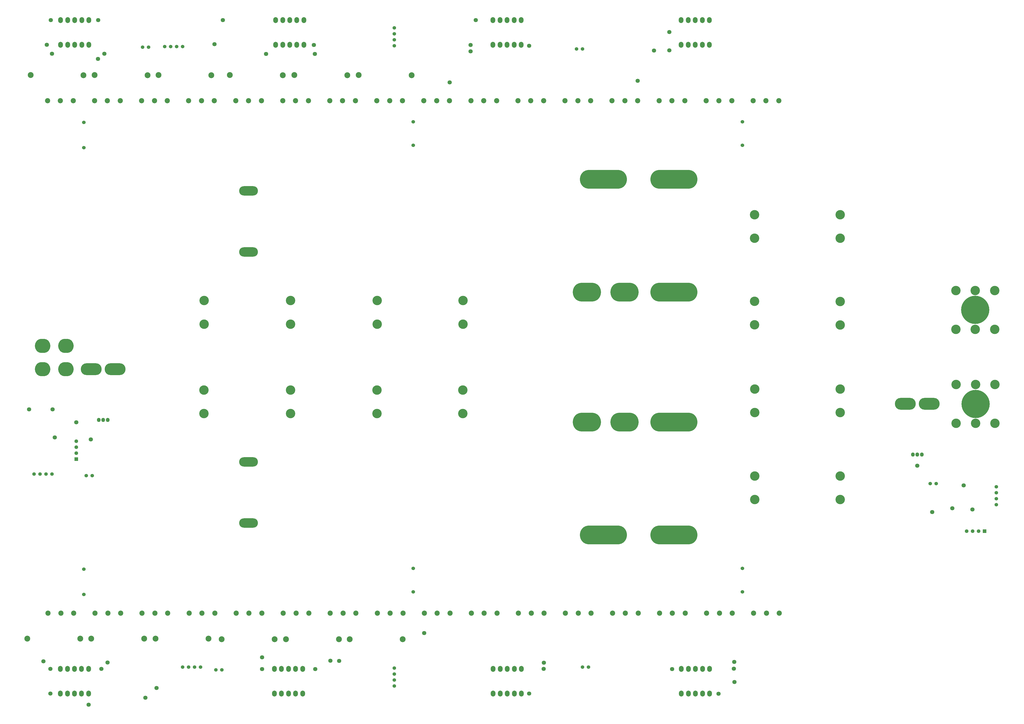
<source format=gbr>
%TF.GenerationSoftware,Altium Limited,Altium Designer,25.3.3 (18)*%
G04 Layer_Color=255*
%FSLAX45Y45*%
%MOMM*%
%TF.SameCoordinates,A4CA6E92-6A9D-4088-ADF9-EEBE24E4F9EE*%
%TF.FilePolarity,Positive*%
%TF.FileFunction,Pads,Top*%
%TF.Part,Single*%
G01*
G75*
%TA.AperFunction,ComponentPad*%
%ADD17C,1.50000*%
%TA.AperFunction,TestPad*%
%ADD18C,1.80000*%
%TA.AperFunction,ComponentPad*%
%ADD19C,1.52400*%
%ADD20C,12.00000*%
%ADD21C,4.00000*%
%ADD22C,2.20000*%
%ADD23O,2.00000X2.50000*%
%ADD24C,1.80000*%
%ADD25C,2.50000*%
%ADD26O,12.00000X8.00000*%
%ADD27O,20.00000X8.00000*%
%ADD28R,1.55000X1.55000*%
%ADD29C,1.55000*%
%ADD30O,8.00000X4.00000*%
%ADD31O,6.60000X6.00000*%
%ADD32R,1.55000X1.55000*%
%ADD33O,8.89000X5.08000*%
%ADD34O,1.52400X1.77800*%
D17*
X5550000Y28177499D02*
D03*
X5296000D02*
D03*
X8665000Y1685000D02*
D03*
X8411000D02*
D03*
X24000000Y1800000D02*
D03*
X24253999D02*
D03*
X7762000D02*
D03*
X7254000D02*
D03*
X7000000D02*
D03*
X7508000D02*
D03*
X3154000Y9950000D02*
D03*
X2900000D02*
D03*
X39031500Y9610000D02*
D03*
X38777499D02*
D03*
X6492000Y28200000D02*
D03*
X7000000D02*
D03*
X6746000D02*
D03*
X6238000D02*
D03*
X16000000Y28492001D02*
D03*
Y29000000D02*
D03*
Y28745999D02*
D03*
Y28238000D02*
D03*
X23746001Y28100000D02*
D03*
X24000000D02*
D03*
X16000000Y1508000D02*
D03*
Y1000000D02*
D03*
Y1254000D02*
D03*
Y1762000D02*
D03*
X933500Y10015000D02*
D03*
X1441500D02*
D03*
X1187500D02*
D03*
X679500D02*
D03*
X41595001Y9219000D02*
D03*
Y8711000D02*
D03*
Y8965000D02*
D03*
Y9473000D02*
D03*
D18*
X26345001Y26745001D02*
D03*
X3802500Y1997500D02*
D03*
X19462500Y29325000D02*
D03*
X27687500Y28817499D02*
D03*
X17267500Y3250000D02*
D03*
X27804999Y1720000D02*
D03*
X21732312Y675000D02*
D03*
X29785001Y670000D02*
D03*
X30457501Y1165000D02*
D03*
X22350000Y1730000D02*
D03*
X22355000Y1990000D02*
D03*
X30450000Y2020000D02*
D03*
X30435001Y1732500D02*
D03*
X3002500Y205000D02*
D03*
X1377500Y680000D02*
D03*
X1080000Y2047500D02*
D03*
X13277499Y2070000D02*
D03*
X10372500Y1722500D02*
D03*
X12637500Y1715000D02*
D03*
X10375000Y2216409D02*
D03*
X13650000Y2062500D02*
D03*
X1375000Y1727500D02*
D03*
X3540000Y1725000D02*
D03*
X40579999Y8512500D02*
D03*
X8355000Y28302499D02*
D03*
X3407793Y29325000D02*
D03*
X1390000D02*
D03*
X8710000Y29325000D02*
D03*
X3398734Y27681265D02*
D03*
X27690955Y28040781D02*
D03*
X27037500Y28029999D02*
D03*
X19239999Y28272501D02*
D03*
X21732500Y28237500D02*
D03*
X19237500Y27995001D02*
D03*
X12580000Y28270001D02*
D03*
X12615000Y27892499D02*
D03*
X10542500Y27891779D02*
D03*
X1442500Y27897501D02*
D03*
X3667500Y27900000D02*
D03*
X1225000Y28277499D02*
D03*
X18347501Y26679999D02*
D03*
X1562500Y11572500D02*
D03*
X5412500Y497500D02*
D03*
X5887500Y912500D02*
D03*
D19*
X2800000Y5972216D02*
D03*
Y4897216D02*
D03*
X30800000Y6000000D02*
D03*
Y5000000D02*
D03*
X16800000Y6000000D02*
D03*
Y5000000D02*
D03*
X2800000Y24972217D02*
D03*
Y23897215D02*
D03*
X30800000Y25000000D02*
D03*
Y24000000D02*
D03*
X16800000Y25000000D02*
D03*
Y24000000D02*
D03*
D20*
X40710001Y13000000D02*
D03*
X40697501Y17000000D02*
D03*
D21*
X41535001Y13825000D02*
D03*
Y12175000D02*
D03*
X39885001D02*
D03*
Y13825000D02*
D03*
X40710001Y12175000D02*
D03*
Y13825000D02*
D03*
X41522501Y17825000D02*
D03*
Y16175000D02*
D03*
X39872501D02*
D03*
Y17825000D02*
D03*
X40697501Y16175000D02*
D03*
Y17825000D02*
D03*
X18915048Y17395000D02*
D03*
Y16395000D02*
D03*
X7907548Y17395000D02*
D03*
Y16395000D02*
D03*
X15267548Y17395000D02*
D03*
Y16395000D02*
D03*
X11590048Y17395000D02*
D03*
Y16395000D02*
D03*
X11585000Y12590000D02*
D03*
Y13589999D02*
D03*
X18910001Y12590000D02*
D03*
Y13589999D02*
D03*
X7902500Y12590000D02*
D03*
Y13589999D02*
D03*
X15262500Y12590000D02*
D03*
Y13589999D02*
D03*
X31323059Y8933360D02*
D03*
Y9933360D02*
D03*
X34958060Y8928360D02*
D03*
Y9928360D02*
D03*
Y13628360D02*
D03*
Y12628360D02*
D03*
X31323059Y13633360D02*
D03*
Y12633360D02*
D03*
X31317499Y16364999D02*
D03*
Y17364999D02*
D03*
X34952499Y16360001D02*
D03*
Y17360001D02*
D03*
X34950000Y21045000D02*
D03*
Y20045000D02*
D03*
X31314999Y21050000D02*
D03*
Y20050000D02*
D03*
D22*
X32345999Y25900000D02*
D03*
X31800000D02*
D03*
X31254001D02*
D03*
X30345999D02*
D03*
X29800000D02*
D03*
X29254001D02*
D03*
X28345999D02*
D03*
X27800000D02*
D03*
X27254001D02*
D03*
X26345999D02*
D03*
X25800000D02*
D03*
X25253999D02*
D03*
X24346001D02*
D03*
X23800000D02*
D03*
X23253999D02*
D03*
X22346001D02*
D03*
X21800000D02*
D03*
X21253999D02*
D03*
X20346001D02*
D03*
X19800000D02*
D03*
X19253999D02*
D03*
X18346001D02*
D03*
X17800000D02*
D03*
X17253999D02*
D03*
X16366000Y4100000D02*
D03*
X15820000D02*
D03*
X15274001D02*
D03*
X12366000D02*
D03*
X11820000D02*
D03*
X11274000D02*
D03*
X5254000Y25900000D02*
D03*
X5800000D02*
D03*
X6346000D02*
D03*
X13274001Y4100000D02*
D03*
X13820000D02*
D03*
X14366000D02*
D03*
X9274000D02*
D03*
X9820000D02*
D03*
X10366000D02*
D03*
X5274000D02*
D03*
X5820000D02*
D03*
X6366000D02*
D03*
X7274000D02*
D03*
X7820000D02*
D03*
X8366000D02*
D03*
X3274000D02*
D03*
X3820000D02*
D03*
X4366000D02*
D03*
X1274000D02*
D03*
X1820000D02*
D03*
X2366000D02*
D03*
X18366000D02*
D03*
X17820000D02*
D03*
X17274001D02*
D03*
X20366000D02*
D03*
X19820000D02*
D03*
X19274001D02*
D03*
X22366000D02*
D03*
X21820000D02*
D03*
X21274001D02*
D03*
X23274001D02*
D03*
X23820000D02*
D03*
X24366000D02*
D03*
X26366000D02*
D03*
X25820001D02*
D03*
X25274001D02*
D03*
X28366000D02*
D03*
X27820001D02*
D03*
X27273999D02*
D03*
X30366000D02*
D03*
X29820001D02*
D03*
X29273999D02*
D03*
X32366000D02*
D03*
X31820001D02*
D03*
X31273999D02*
D03*
X16346001Y25900000D02*
D03*
X15800000D02*
D03*
X15253999D02*
D03*
X10346000D02*
D03*
X9800000D02*
D03*
X9254000D02*
D03*
X8346000D02*
D03*
X7800000D02*
D03*
X7254000D02*
D03*
X14346001D02*
D03*
X13800000D02*
D03*
X13253999D02*
D03*
X4346000D02*
D03*
X3800000D02*
D03*
X3254000D02*
D03*
X2346000D02*
D03*
X1800000D02*
D03*
X1254000D02*
D03*
X11254000D02*
D03*
X11800000D02*
D03*
X12346000D02*
D03*
D23*
X21400000Y675000D02*
D03*
X21100000D02*
D03*
X20800000D02*
D03*
X20500000D02*
D03*
X20200000D02*
D03*
X21400000Y1725000D02*
D03*
X21100000D02*
D03*
X20800000D02*
D03*
X20500000D02*
D03*
X20200000D02*
D03*
X12100000Y675000D02*
D03*
X11800000D02*
D03*
X11500000D02*
D03*
X11200000D02*
D03*
X10900000D02*
D03*
X12100000Y1725000D02*
D03*
X11800000D02*
D03*
X11500000D02*
D03*
X11200000D02*
D03*
X10900000D02*
D03*
X3000000Y675000D02*
D03*
X2700000D02*
D03*
X2400000D02*
D03*
X2100000D02*
D03*
X1800000D02*
D03*
X3000000Y1725000D02*
D03*
X2700000D02*
D03*
X2400000D02*
D03*
X2100000D02*
D03*
X1800000D02*
D03*
X28192499Y29325000D02*
D03*
X28492499D02*
D03*
X28792499D02*
D03*
X29092499D02*
D03*
X29392499D02*
D03*
X28192499Y28275000D02*
D03*
X28492499D02*
D03*
X28792499D02*
D03*
X29092499D02*
D03*
X29392499D02*
D03*
X20192500Y29325000D02*
D03*
X20492500D02*
D03*
X20792500D02*
D03*
X21092500D02*
D03*
X21392500D02*
D03*
X20192500Y28275000D02*
D03*
X20492500D02*
D03*
X20792500D02*
D03*
X21092500D02*
D03*
X21392500D02*
D03*
X3010000D02*
D03*
X2710000D02*
D03*
X2410000D02*
D03*
X2110000D02*
D03*
X1810000D02*
D03*
X3010000Y29325000D02*
D03*
X2710000D02*
D03*
X2410000D02*
D03*
X2110000D02*
D03*
X1810000D02*
D03*
X12152500Y28275000D02*
D03*
X11852500D02*
D03*
X11552500D02*
D03*
X11252500D02*
D03*
X10952500D02*
D03*
X12152500Y29325000D02*
D03*
X11852500D02*
D03*
X11552500D02*
D03*
X11252500D02*
D03*
X10952500D02*
D03*
X28200000Y1725000D02*
D03*
X28500000D02*
D03*
X28800000D02*
D03*
X29100000D02*
D03*
X29400000D02*
D03*
X28200000Y675000D02*
D03*
X28500000D02*
D03*
X28800000D02*
D03*
X29100000D02*
D03*
X29400000D02*
D03*
D24*
X2475000Y12217500D02*
D03*
X40207501Y9532243D02*
D03*
X38229999Y10370000D02*
D03*
X39717499Y8562500D02*
D03*
X38864999Y8402500D02*
D03*
X1465000Y12765000D02*
D03*
X3090000Y11487500D02*
D03*
X472500Y12765000D02*
D03*
D25*
X14105000Y2990000D02*
D03*
X16355000Y2985000D02*
D03*
X11392500Y2990000D02*
D03*
X13642500Y2985000D02*
D03*
X8655000Y2990000D02*
D03*
X10905000Y2985000D02*
D03*
X5360000Y3010000D02*
D03*
X3110000Y3015000D02*
D03*
X8095000Y3010000D02*
D03*
X5845000Y3015000D02*
D03*
X2645000Y3010000D02*
D03*
X395000Y3015000D02*
D03*
X14482500Y26989999D02*
D03*
X16732500Y26985001D02*
D03*
X11747500Y26989999D02*
D03*
X13997501Y26985001D02*
D03*
X2785000Y26985001D02*
D03*
X535000Y26989999D02*
D03*
X5505000Y26985001D02*
D03*
X3255000Y26989999D02*
D03*
X8220000Y26985001D02*
D03*
X5970000Y26989999D02*
D03*
X11252500Y26985001D02*
D03*
X9002500Y26989999D02*
D03*
D26*
X25787500Y17755000D02*
D03*
X24187500D02*
D03*
X25787500Y12225000D02*
D03*
X24187500D02*
D03*
D27*
X27887500Y17755000D02*
D03*
X24887500Y22555000D02*
D03*
X27887500D02*
D03*
Y12225000D02*
D03*
Y7425000D02*
D03*
X24887500D02*
D03*
D28*
X41095999Y7587500D02*
D03*
D29*
X40842001D02*
D03*
X40588000D02*
D03*
X40334000D02*
D03*
X2472500Y11416000D02*
D03*
Y11162000D02*
D03*
Y10908000D02*
D03*
D30*
X9800000Y19464999D02*
D03*
Y22064999D02*
D03*
Y10530000D02*
D03*
Y7930000D02*
D03*
D31*
X2039411Y15466820D02*
D03*
X1048811D02*
D03*
X2039031Y14474899D02*
D03*
X1048431D02*
D03*
D32*
X2472500Y10654000D02*
D03*
D33*
X37726999Y13006100D02*
D03*
X38742999D02*
D03*
X3112000Y14476100D02*
D03*
X4128000D02*
D03*
D34*
X38044501Y10847100D02*
D03*
X38235001D02*
D03*
X38425500D02*
D03*
X3429500Y12317100D02*
D03*
X3620000D02*
D03*
X3810500D02*
D03*
%TF.MD5,b79afb6a02f3ef63c7064eae1585f828*%
M02*

</source>
